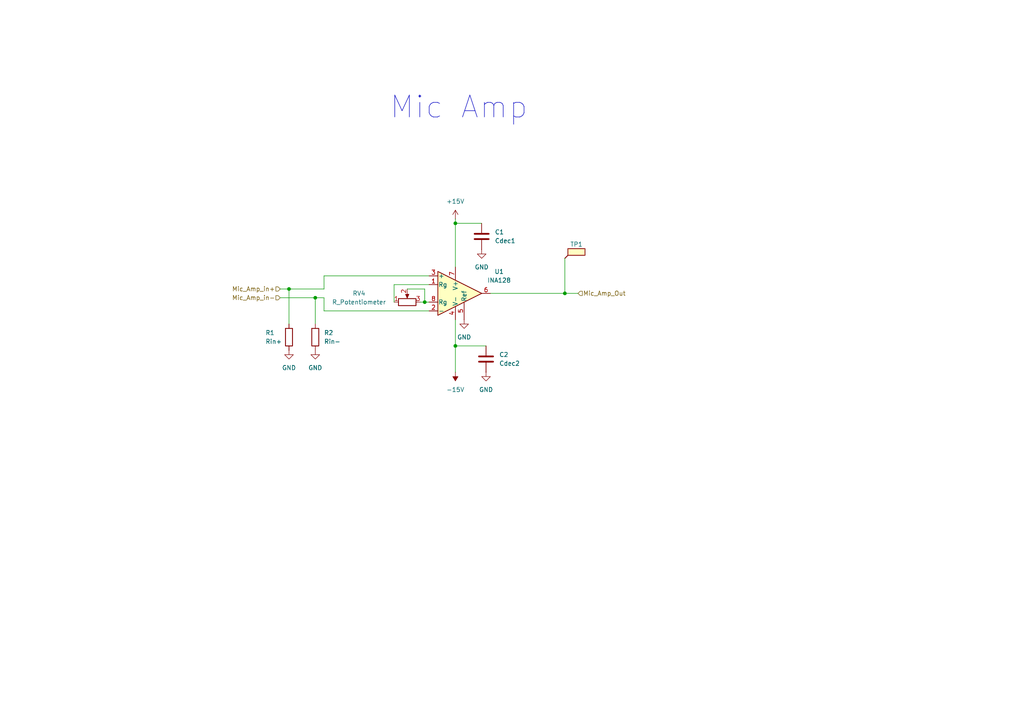
<source format=kicad_sch>
(kicad_sch (version 20231120) (generator "eeschema") (generator_version "8.0")
  (paper "A4")
  (lib_symbols
    (symbol "Amplifier_Instrumentation:INA128" (pin_names (offset 0.127))
      (property "Reference" "U" (at 3.81 3.175 0))
      (property "Value" "INA128" (at 3.81 -3.175 0))
      (symbol "INA128_0_1"
        (polyline (pts (xy 7.62 0) (xy -5.08 6.35) (xy -5.08 -6.35) (xy 7.62 0)) (stroke (width 0.254)) (fill (type background)))
      )
      (symbol "INA128_1_1"
        (pin passive line (at -7.62 2.54 0) (length 2.54) (name "Rg") (number "1"))
        (pin input line (at -7.62 -5.08 0) (length 2.54) (name "-") (number "2"))
        (pin input line (at -7.62 5.08 0) (length 2.54) (name "+") (number "3"))
        (pin power_in line (at 0 -7.62 90) (length 3.81) (name "V-") (number "4"))
        (pin input line (at 2.54 -7.62 90) (length 5.08) (name "Ref") (number "5"))
        (pin output line (at 10.16 0 180) (length 2.54) (name "~") (number "6"))
        (pin power_in line (at 0 7.62 270) (length 3.81) (name "V+") (number "7"))
        (pin passive line (at -7.62 -2.54 0) (length 2.54) (name "Rg") (number "8"))
      )
    )
    (symbol "Connector:TestPoint_Flag" (pin_numbers hide) (pin_names (offset 0.762) hide)
      (property "Reference" "TP" (at 3.429 1.778 0))
      (property "Value" "TestPoint_Flag" (at 3.302 4.191 0))
      (symbol "TestPoint_Flag_0_1"
        (polyline (pts (xy 0 0) (xy 0.889 0.889)) (stroke (width 0.254)))
        (rectangle (start 0.889 2.794) (end 5.842 0.889) (stroke (width 0.254)) (fill (type background)))
      )
      (symbol "TestPoint_Flag_1_1"
        (pin passive line (at 0 0 90) (length 0) (name "1") (number "1"))
      )
    )
    (symbol "Device:C" (pin_numbers hide) (pin_names (offset 0.254))
      (property "Reference" "C" (at 0.635 2.54 0))
      (property "Value" "C" (at 0.635 -2.54 0))
      (symbol "C_0_1"
        (polyline (pts (xy -2.032 -0.762) (xy 2.032 -0.762)) (stroke (width 0.508)))
        (polyline (pts (xy -2.032 0.762) (xy 2.032 0.762)) (stroke (width 0.508)))
      )
      (symbol "C_1_1"
        (pin passive line (at 0 3.81 270) (length 2.794) (name "~") (number "1"))
        (pin passive line (at 0 -3.81 90) (length 2.794) (name "~") (number "2"))
      )
    )
    (symbol "Device:R" (pin_numbers hide) (pin_names (offset 0))
      (property "Reference" "R" (at 2.032 0 90))
      (property "Value" "R" (at 0 0 90))
      (symbol "R_0_1"
        (rectangle (start -1.016 -2.54) (end 1.016 2.54) (stroke (width 0.254)))
      )
      (symbol "R_1_1"
        (pin passive line (at 0 3.81 270) (length 1.27) (name "~") (number "1"))
        (pin passive line (at 0 -3.81 90) (length 1.27) (name "~") (number "2"))
      )
    )
    (symbol "Device:R_Potentiometer" (pin_names (offset 1.016) hide)
      (property "Reference" "RV" (at -4.445 0 90))
      (property "Value" "R_Potentiometer" (at -2.54 0 90))
      (symbol "R_Potentiometer_0_1"
        (polyline (pts (xy 2.54 0) (xy 1.524 0)))
        (polyline (pts (xy 1.143 0) (xy 2.286 0.508) (xy 2.286 -0.508) (xy 1.143 0)) (fill (type outline)))
        (rectangle (start 1.016 2.54) (end -1.016 -2.54) (stroke (width 0.254)))
      )
      (symbol "R_Potentiometer_1_1"
        (pin passive line (at 0 3.81 270) (length 1.27) (name "1") (number "1"))
        (pin passive line (at 3.81 0 180) (length 1.27) (name "2") (number "2"))
        (pin passive line (at 0 -3.81 90) (length 1.27) (name "3") (number "3"))
      )
    )
    (symbol "power:+15V" (power) (pin_numbers hide) (pin_names (offset 0) hide)
      (property "Value" "+15V" (at 0 3.556 0))
      (symbol "+15V_0_1"
        (polyline (pts (xy -0.762 1.27) (xy 0 2.54)))
        (polyline (pts (xy 0 0) (xy 0 2.54)))
        (polyline (pts (xy 0 2.54) (xy 0.762 1.27)))
      )
      (symbol "+15V_1_1"
        (pin power_in line (at 0 0 90) (length 0) (name "~") (number "1"))
      )
    )
    (symbol "power:-15V" (power) (pin_numbers hide) (pin_names (offset 0) hide)
      (property "Value" "-15V" (at 0 3.556 0))
      (symbol "-15V_0_0"
        (pin power_in line (at 0 0 90) (length 0) (name "~") (number "1"))
      )
      (symbol "-15V_0_1"
        (polyline (pts (xy 0 0) (xy 0 1.27) (xy 0.762 1.27) (xy 0 2.54) (xy -0.762 1.27) (xy 0 1.27)) (fill (type outline)))
      )
    )
    (symbol "power:GND" (power) (pin_numbers hide) (pin_names (offset 0) hide)
      (property "Value" "GND" (at 0 -3.81 0))
      (symbol "GND_0_1"
        (polyline (pts (xy 0 0) (xy 0 -1.27) (xy 1.27 -1.27) (xy 0 -2.54) (xy -1.27 -1.27) (xy 0 -1.27)))
      )
      (symbol "GND_1_1"
        (pin power_in line (at 0 0 270) (length 0) (name "~") (number "1"))
      )
    )
  )
  (junction (at 83.82 83.82))
  (junction (at 91.44 86.36))
  (junction (at 132.08 64.77))
  (junction (at 163.83 85.09))
  (junction (at 123.19 87.63))
  (junction (at 132.08 100.33))
  (wire (pts (xy 91.44 86.36) (xy 91.44 93.98)))
  (wire (pts (xy 132.08 100.33) (xy 140.97 100.33)))
  (wire (pts (xy 132.08 64.77) (xy 132.08 77.47)))
  (wire (pts (xy 83.82 83.82) (xy 93.98 83.82)))
  (wire (pts (xy 163.83 85.09) (xy 167.64 85.09)))
  (wire (pts (xy 81.28 86.36) (xy 91.44 86.36)))
  (wire (pts (xy 114.3 87.63) (xy 114.3 82.55)))
  (wire (pts (xy 142.24 85.09) (xy 163.83 85.09)))
  (wire (pts (xy 163.83 74.93) (xy 163.83 85.09)))
  (wire (pts (xy 93.98 90.17) (xy 124.46 90.17)))
  (wire (pts (xy 123.19 83.82) (xy 123.19 87.63)))
  (wire (pts (xy 118.11 83.82) (xy 123.19 83.82)))
  (wire (pts (xy 93.98 80.01) (xy 124.46 80.01)))
  (wire (pts (xy 132.08 64.77) (xy 139.7 64.77)))
  (wire (pts (xy 81.28 83.82) (xy 83.82 83.82)))
  (wire (pts (xy 123.19 87.63) (xy 124.46 87.63)))
  (wire (pts (xy 132.08 63.5) (xy 132.08 64.77)))
  (wire (pts (xy 132.08 100.33) (xy 132.08 92.71)))
  (wire (pts (xy 83.82 93.98) (xy 83.82 83.82)))
  (wire (pts (xy 132.08 100.33) (xy 132.08 107.95)))
  (wire (pts (xy 93.98 86.36) (xy 93.98 90.17)))
  (wire (pts (xy 93.98 83.82) (xy 93.98 80.01)))
  (wire (pts (xy 121.92 87.63) (xy 123.19 87.63)))
  (wire (pts (xy 114.3 82.55) (xy 124.46 82.55)))
  (wire (pts (xy 91.44 86.36) (xy 93.98 86.36)))
  (text "Mic Amp" (at 133.096 31.242 0) (effects (font (size 6.35 6.35))))
  (hierarchical_label "Mic_Amp_Out" (shape input) (at 167.64 85.09 0))
  (hierarchical_label "Mic_Amp_in+" (shape input) (at 81.28 83.82 180))
  (hierarchical_label "Mic_Amp_in-" (shape input) (at 81.28 86.36 180))
  (symbol (lib_id "Device:R") (at 83.82 97.79 0) (unit 1)
    (property "Reference" "R1" (at 76.962 96.52 0) (effects (justify left)))
    (property "Value" "Rin+" (at 76.962 99.06 0) (effects (justify left)))
    (property "Footprint" "Resistor_THT:R_Axial_DIN0207_L6.3mm_D2.5mm_P10.16mm_Horizontal" (effects (hide yes)))
    (property "Description" "Resistor" (effects (hide yes)))
  )
  (symbol (lib_id "power:-15V") (at 132.08 107.95 180) (unit 1)
    (property "Reference" "#PWR02" (effects (hide yes)))
    (property "Value" "-15V" (at 132.08 113.03 0))
    (property "Description" "Power symbol creates a global label with name \"-15V\"" (effects (hide yes)))
  )
  (symbol (lib_id "Connector:TestPoint_Flag") (at 163.83 74.93 0) (unit 1)
    (property "Reference" "TP1" (at 165.354 70.866 0) (effects (justify left)))
    (property "Value" "TestPoint_Flag" (effects (hide yes)))
    (property "Footprint" "TestPoint:TestPoint_Pad_D1.5mm" (effects (hide yes)))
    (property "Description" "test point (alternative flag-style design)" (effects (hide yes)))
  )
  (symbol (lib_id "Device:R") (at 91.44 97.79 0) (unit 1)
    (property "Reference" "R2" (at 93.98 96.5199 0) (effects (justify left)))
    (property "Value" "Rin-" (at 93.98 99.0599 0) (effects (justify left)))
    (property "Footprint" "Resistor_THT:R_Axial_DIN0207_L6.3mm_D2.5mm_P10.16mm_Horizontal" (effects (hide yes)))
    (property "Description" "Resistor" (effects (hide yes)))
  )
  (symbol (lib_id "Device:R_Potentiometer") (at 118.11 87.63 90) (unit 1)
    (property "Reference" "RV4" (at 104.14 85.09 90))
    (property "Value" "R_Potentiometer" (at 104.14 87.63 90))
    (property "Footprint" "Custom_parts:Trim Pot" (effects (hide yes)))
    (property "Description" "Potentiometer" (effects (hide yes)))
  )
  (symbol (lib_id "Device:C") (at 139.7 68.58 0) (unit 1)
    (property "Reference" "C1" (at 143.51 67.3099 0) (effects (justify left)))
    (property "Value" "Cdec1" (at 143.51 69.8499 0) (effects (justify left)))
    (property "Footprint" "Capacitor_THT:C_Disc_D3.0mm_W1.6mm_P2.50mm" (effects (hide yes)))
    (property "Description" "Unpolarized capacitor" (effects (hide yes)))
  )
  (symbol (lib_id "power:GND") (at 139.7 72.39 0) (unit 1)
    (property "Reference" "#PWR07" (effects (hide yes)))
    (property "Value" "GND" (at 139.7 77.47 0))
    (property "Description" "Power symbol creates a global label with name \"GND\" , ground" (effects (hide yes)))
  )
  (symbol (lib_id "power:GND") (at 140.97 107.95 0) (unit 1)
    (property "Reference" "#PWR06" (effects (hide yes)))
    (property "Value" "GND" (at 140.97 113.03 0))
    (property "Description" "Power symbol creates a global label with name \"GND\" , ground" (effects (hide yes)))
  )
  (symbol (lib_id "Device:C") (at 140.97 104.14 0) (unit 1)
    (property "Reference" "C2" (at 144.78 102.8699 0) (effects (justify left)))
    (property "Value" "Cdec2" (at 144.78 105.4099 0) (effects (justify left)))
    (property "Footprint" "Capacitor_THT:C_Disc_D3.0mm_W1.6mm_P2.50mm" (effects (hide yes)))
    (property "Description" "Unpolarized capacitor" (effects (hide yes)))
  )
  (symbol (lib_id "Amplifier_Instrumentation:INA128") (at 132.08 85.09 0) (unit 1)
    (property "Reference" "U1" (at 144.78 78.7714 0))
    (property "Value" "INA128" (at 144.78 81.3114 0))
    (property "Footprint" "INA128:P8" (effects (hide yes)))
    (property "Datasheet" "http://www.ti.com/lit/ds/symlink/ina128.pdf" (effects (hide yes)))
    (property "Description" "Precision, Low Power Instrumentation Amplifier G = 1 + 50kOhm/Rg, DIP-8/SOIC-8" (effects (hide yes)))
  )
  (symbol (lib_id "power:+15V") (at 132.08 63.5 0) (unit 1)
    (property "Reference" "#PWR01" (effects (hide yes)))
    (property "Value" "+15V" (at 132.08 58.42 0))
    (property "Description" "Power symbol creates a global label with name \"+15V\"" (effects (hide yes)))
  )
  (symbol (lib_id "power:GND") (at 134.62 92.71 0) (unit 1)
    (property "Reference" "#PWR05" (effects (hide yes)))
    (property "Value" "GND" (at 134.62 97.79 0))
    (property "Description" "Power symbol creates a global label with name \"GND\" , ground" (effects (hide yes)))
  )
  (symbol (lib_id "power:GND") (at 91.44 101.6 0) (unit 1)
    (property "Reference" "#PWR03" (effects (hide yes)))
    (property "Value" "GND" (at 91.44 106.68 0))
    (property "Description" "Power symbol creates a global label with name \"GND\" , ground" (effects (hide yes)))
  )
  (symbol (lib_id "power:GND") (at 83.82 101.6 0) (unit 1)
    (property "Reference" "#PWR04" (effects (hide yes)))
    (property "Value" "GND" (at 83.82 106.68 0))
    (property "Description" "Power symbol creates a global label with name \"GND\" , ground" (effects (hide yes)))
  )
)
</source>
